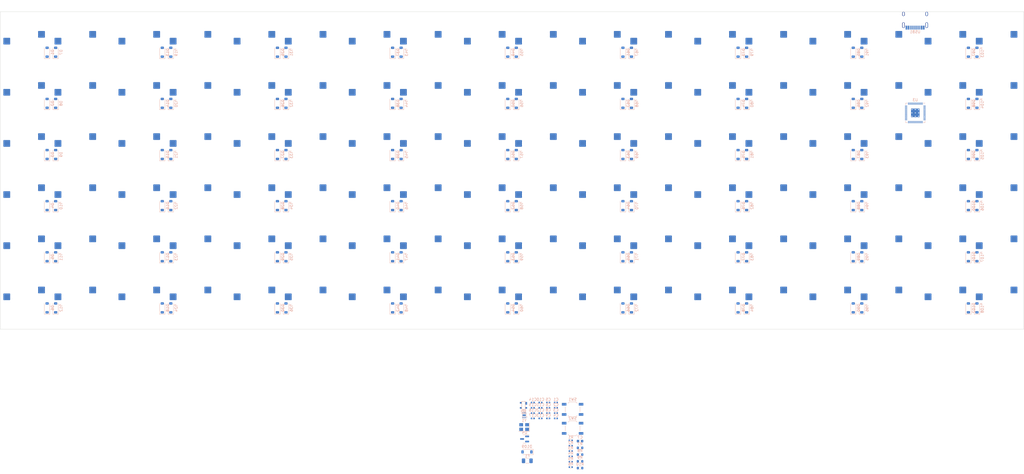
<source format=kicad_pcb>
(kicad_pcb (version 20221018) (generator pcbnew)
  (layers (0 "F.Cu" signal) (31 "B.Cu" signal) (34 "B.Paste" user) (35 "F.Paste" user) (36 "B.SilkS" user "B.Silkscreen") (37 "F.SilkS" user "F.Silkscreen") (38 "B.Mask" user) (39 "F.Mask" user) (44 "Edge.Cuts" user))
  (net 0 "")
  (net 1 "GND")
  (net 2 "XIN")
  (net 3 "Net-(C2-Pad1)")
  (net 4 "+3V3")
  (net 5 "+1V1")
  (net 6 "+5V")
  (net 7 "ROW0")
  (net 8 "Net-(D1-A)")
  (net 9 "ROW1")
  (net 10 "Net-(D2-A)")
  (net 11 "ROW2")
  (net 12 "Net-(D3-A)")
  (net 13 "ROW3")
  (net 14 "Net-(D4-A)")
  (net 15 "ROW4")
  (net 16 "Net-(D5-A)")
  (net 17 "ROW5")
  (net 18 "Net-(D6-A)")
  (net 19 "Net-(D7-A)")
  (net 20 "Net-(D8-A)")
  (net 21 "Net-(D9-A)")
  (net 22 "Net-(D10-A)")
  (net 23 "Net-(D11-A)")
  (net 24 "Net-(D12-A)")
  (net 25 "Net-(D13-A)")
  (net 26 "Net-(D14-A)")
  (net 27 "Net-(D15-A)")
  (net 28 "Net-(D16-A)")
  (net 29 "Net-(D17-A)")
  (net 30 "Net-(D18-A)")
  (net 31 "Net-(D19-A)")
  (net 32 "Net-(D20-A)")
  (net 33 "Net-(D21-A)")
  (net 34 "Net-(D22-A)")
  (net 35 "Net-(D23-A)")
  (net 36 "Net-(D24-A)")
  (net 37 "Net-(D25-A)")
  (net 38 "Net-(D26-A)")
  (net 39 "Net-(D27-A)")
  (net 40 "Net-(D28-A)")
  (net 41 "Net-(D29-A)")
  (net 42 "Net-(D30-A)")
  (net 43 "Net-(D31-A)")
  (net 44 "Net-(D32-A)")
  (net 45 "Net-(D33-A)")
  (net 46 "Net-(D34-A)")
  (net 47 "Net-(D35-A)")
  (net 48 "Net-(D36-A)")
  (net 49 "Net-(D37-A)")
  (net 50 "Net-(D38-A)")
  (net 51 "Net-(D39-A)")
  (net 52 "Net-(D40-A)")
  (net 53 "Net-(D41-A)")
  (net 54 "Net-(D42-A)")
  (net 55 "Net-(D43-A)")
  (net 56 "Net-(D44-A)")
  (net 57 "Net-(D45-A)")
  (net 58 "Net-(D46-A)")
  (net 59 "Net-(D47-A)")
  (net 60 "Net-(D48-A)")
  (net 61 "Net-(D49-A)")
  (net 62 "Net-(D50-A)")
  (net 63 "Net-(D51-A)")
  (net 64 "Net-(D52-A)")
  (net 65 "Net-(D53-A)")
  (net 66 "Net-(D54-A)")
  (net 67 "Net-(D55-A)")
  (net 68 "Net-(D56-A)")
  (net 69 "Net-(D57-A)")
  (net 70 "Net-(D58-A)")
  (net 71 "Net-(D59-A)")
  (net 72 "Net-(D60-A)")
  (net 73 "Net-(D61-A)")
  (net 74 "Net-(D62-A)")
  (net 75 "Net-(D63-A)")
  (net 76 "Net-(D64-A)")
  (net 77 "Net-(D65-A)")
  (net 78 "Net-(D66-A)")
  (net 79 "Net-(D67-A)")
  (net 80 "Net-(D68-A)")
  (net 81 "Net-(D69-A)")
  (net 82 "Net-(D70-A)")
  (net 83 "Net-(D71-A)")
  (net 84 "Net-(D72-A)")
  (net 85 "Net-(D73-A)")
  (net 86 "Net-(D74-A)")
  (net 87 "Net-(D75-A)")
  (net 88 "Net-(D76-A)")
  (net 89 "Net-(D77-A)")
  (net 90 "Net-(D78-A)")
  (net 91 "Net-(D79-A)")
  (net 92 "Net-(D80-A)")
  (net 93 "Net-(D81-A)")
  (net 94 "Net-(D82-A)")
  (net 95 "Net-(D83-A)")
  (net 96 "Net-(D84-A)")
  (net 97 "Net-(D85-A)")
  (net 98 "Net-(D86-A)")
  (net 99 "Net-(D87-A)")
  (net 100 "Net-(D88-A)")
  (net 101 "Net-(D89-A)")
  (net 102 "Net-(D90-A)")
  (net 103 "Net-(D91-A)")
  (net 104 "Net-(D92-A)")
  (net 105 "Net-(D93-A)")
  (net 106 "Net-(D94-A)")
  (net 107 "Net-(D95-A)")
  (net 108 "Net-(D96-A)")
  (net 109 "Net-(D97-A)")
  (net 110 "Net-(D98-A)")
  (net 111 "Net-(D99-A)")
  (net 112 "Net-(D100-A)")
  (net 113 "Net-(D101-A)")
  (net 114 "Net-(D102-A)")
  (net 115 "Net-(D103-A)")
  (net 116 "Net-(D104-A)")
  (net 117 "Net-(D105-A)")
  (net 118 "Net-(D106-A)")
  (net 119 "Net-(D107-A)")
  (net 120 "Net-(D108-A)")
  (net 121 "VCC")
  (net 122 "COL0")
  (net 123 "COL1")
  (net 124 "COL2")
  (net 125 "COL3")
  (net 126 "COL4")
  (net 127 "COL5")
  (net 128 "COL6")
  (net 129 "COL7")
  (net 130 "COL8")
  (net 131 "COL9")
  (net 132 "COL10")
  (net 133 "COL11")
  (net 134 "COL12")
  (net 135 "COL13")
  (net 136 "COL14")
  (net 137 "COL15")
  (net 138 "COL16")
  (net 139 "COL17")
  (net 140 "~{USB_BOOT}")
  (net 141 "QSPI_SS")
  (net 142 "XOUT")
  (net 143 "Net-(R4-Pad1)")
  (net 144 "RUN")
  (net 145 "Net-(U3-USB_DP)")
  (net 146 "D+")
  (net 147 "D-")
  (net 148 "Net-(U3-USB_DM)")
  (net 149 "Net-(USB1-CC1)")
  (net 150 "Net-(USB1-CC2)")
  (net 151 "QSPI_SD1")
  (net 152 "QSPI_SD2")
  (net 153 "QSPI_SD0")
  (net 154 "QSPI_SCLK")
  (net 155 "QSPI_SD3")
  (net 156 "SWCLK")
  (net 157 "SWD")
  (footprint "MX_Hotswap:MX-Hotswap-1U" (layer "F.Cu") (at 323.85 142.875)
    (fp_text reference "K84")
    (fp_text value "CPG151101S11-16")
  )
  (footprint "MX_Hotswap:MX-Hotswap-1U" (layer "F.Cu") (at 195.2625 85.725)
    (fp_text reference "K45")
    (fp_text value "CPG151101S11-16")
  )
  (footprint "MX_Hotswap:MX-Hotswap-1U" (layer "F.Cu") (at 90.4875 47.625)
    (fp_text reference "K13")
    (fp_text value "CPG151101S11-16")
  )
  (footprint "MX_Hotswap:MX-Hotswap-1U" (layer "F.Cu") (at 409.575 85.725)
    (fp_text reference "K105")
    (fp_text value "CPG151101S11-16")
  )
  (footprint "MX_Hotswap:MX-Hotswap-1U" (layer "F.Cu") (at 152.4 47.625)
    (fp_text reference "K31")
    (fp_text value "CPG151101S11-16")
  )
  (footprint "MX_Hotswap:MX-Hotswap-1U" (layer "F.Cu") (at 66.675 66.675)
    (fp_text reference "K8")
    (fp_text value "CPG151101S11-16")
  )
  (footprint "MX_Hotswap:MX-Hotswap-1U" (layer "F.Cu") (at 390.525 123.825)
    (fp_text reference "K101")
    (fp_text value "CPG151101S11-16")
  )
  (footprint "MX_Hotswap:MX-Hotswap-1U" (layer "F.Cu") (at 409.575 104.775)
    (fp_text reference "K106")
    (fp_text value "CPG151101S11-16")
  )
  (footprint "MX_Hotswap:MX-Hotswap-1U" (layer "F.Cu") (at 390.525 104.775)
    (fp_text reference "K100")
    (fp_text value "CPG151101S11-16")
  )
  (footprint "MX_Hotswap:MX-Hotswap-1U" (layer "F.Cu") (at 390.525 142.875)
    (fp_text reference "K102")
    (fp_text value "CPG151101S11-16")
  )
  (footprint "MX_Hotswap:MX-Hotswap-1U" (layer "F.Cu") (at 195.2625 104.775)
    (fp_text reference "K46")
    (fp_text value "CPG151101S11-16")
  )
  (footprint "MX_Hotswap:MX-Hotswap-1U" (layer "F.Cu") (at 66.675 85.725)
    (fp_text reference "K9")
    (fp_text value "CPG151101S11-16")
  )
  (footprint "MX_Hotswap:MX-Hotswap-1U" (layer "F.Cu") (at 261.9375 66.675)
    (fp_text reference "K62")
    (fp_text value "CPG151101S11-16")
  )
  (footprint "MX_Hotswap:MX-Hotswap-1U" (layer "F.Cu") (at 390.525 47.625)
    (fp_text reference "K97")
    (fp_text value "CPG151101S11-16")
  )
  (footprint "MX_Hotswap:MX-Hotswap-1U" (layer "F.Cu") (at 238.125 104.775)
    (fp_text reference "K58")
    (fp_text value "CPG151101S11-16")
  )
  (footprint "MX_Hotswap:MX-Hotswap-1U" (layer "F.Cu") (at 304.8 47.625)
    (fp_text reference "K73")
    (fp_text value "CPG151101S11-16")
  )
  (footprint "MX_Hotswap:MX-Hotswap-1U" (layer "F.Cu") (at 261.9375 142.875)
    (fp_text reference "K66")
    (fp_text value "CPG151101S11-16")
  )
  (footprint "MX_Hotswap:MX-Hotswap-1U" (layer "F.Cu") (at 366.7125 123.825)
    (fp_text reference "K95")
    (fp_text value "CPG151101S11-16")
  )
  (footprint "MX_Hotswap:MX-Hotswap-1U" (layer "F.Cu") (at 409.575 123.825)
    (fp_text reference "K107")
    (fp_text value "CPG151101S11-16")
  )
  (footprint "MX_Hotswap:MX-Hotswap-1U" (layer "F.Cu") (at 176.2125 123.825)
    (fp_text reference "K41")
    (fp_text value "CPG151101S11-16")
  )
  (footprint "MX_Hotswap:MX-Hotswap-1U" (layer "F.Cu") (at 195.2625 47.625)
    (fp_text reference "K43")
    (fp_text value "CPG151101S11-16")
  )
  (footprint "MX_Hotswap:MX-Hotswap-1U" (layer "F.Cu") (at 238.125 142.875)
    (fp_text reference "K60")
    (fp_text value "CPG151101S11-16")
  )
  (footprint "MX_Hotswap:MX-Hotswap-1U" (layer "F.Cu") (at 347.6625 47.625)
    (fp_text reference "K85")
    (fp_text value "CPG151101S11-16")
  )
  (footprint "MX_Hotswap:MX-Hotswap-1U" (layer "F.Cu") (at 195.2625 66.675)
    (fp_text reference "K44")
    (fp_text value "CPG151101S11-16")
  )
  (footprint "MX_Hotswap:MX-Hotswap-1U" (layer "F.Cu") (at 176.2125 85.725)
    (fp_text reference "K39")
    (fp_text value "CPG151101S11-16")
  )
  (footprint "MX_Hotswap:MX-Hotswap-1U" (layer "F.Cu") (at 90.4875 123.825)
    (fp_text reference "K17")
    (fp_text value "CPG151101S11-16")
  )
  (footprint "MX_Hotswap:MX-Hotswap-1U" (layer "F.Cu") (at 366.7125 85.725)
    (fp_text reference "K93")
    (fp_text value "CPG151101S11-16")
  )
  (footprint "MX_Hotswap:MX-Hotswap-1U" (layer "F.Cu") (at 109.5375 47.625)
    (fp_text reference "K19")
    (fp_text value "CPG151101S11-16")
  )
  (footprint "MX_Hotswap:MX-Hotswap-1U" (layer "F.Cu") (at 347.6625 66.675)
    (fp_text reference "K86")
    (fp_text value "CPG151101S11-16")
  )
  (footprint "MX_Hotswap:MX-Hotswap-1U" (layer "F.Cu") (at 347.6625 85.725)
    (fp_text reference "K87")
    (fp_text value "CPG151101S11-16")
  )
  (footprint "MX_Hotswap:MX-Hotswap-1U" (layer "F.Cu") (at 280.9875 142.875)
    (fp_text reference "K72")
    (fp_text value "CPG151101S11-16")
  )
  (footprint "MX_Hotswap:MX-Hotswap-1U" (layer "F.Cu") (at 304.8 142.875)
    (fp_text reference "K78")
    (fp_text value "CPG151101S11-16")
  )
  (footprint "MX_Hotswap:MX-Hotswap-1U" (layer "F.Cu") (at 133.35 104.775)
    (fp_text reference "K28")
    (fp_text value "CPG151101S11-16")
  )
  (footprint "MX_Hotswap:MX-Hotswap-1U" (layer "F.Cu") (at 152.4 66.675)
    (fp_text reference "K32")
    (fp_text value "CPG151101S11-16")
  )
  (footprint "MX_Hotswap:MX-Hotswap-1U" (layer "F.Cu") (at 133.35 123.825)
    (fp_text reference "K29")
    (fp_text value "CPG151101S11-16")
  )
  (footprint "MX_Hotswap:MX-Hotswap-1U" (layer "F.Cu") (at 347.6625 142.875)
    (fp_text reference "K90")
    (fp_text value "CPG151101S11-16")
  )
  (footprint "MX_Hotswap:MX-Hotswap-1U" (layer "F.Cu") (at 109.5375 104.775)
    (fp_text reference "K22")
    (fp_text value "CPG151101S11-16")
  )
  (footprint "MX_Hotswap:MX-Hotswap-1U" (layer "F.Cu") (at 304.8 104.775)
    (fp_text reference "K76")
    (fp_text value "CPG151101S11-16")
  )
  (footprint "MX_Hotswap:MX-Hotswap-1U" (layer "F.Cu") (at 133.35 66.675)
    (fp_text reference "K26")
    (fp_text value "CPG151101S11-16")
  )
  (footprint "MX_Hotswap:MX-Hotswap-1U" (layer "F.Cu") (at 304.8 85.725)
    (fp_text reference "K75")
    (fp_text value "CPG151101S11-16")
  )
  (footprint "MX_Hotswap:MX-Hotswap-1U" (layer "F.Cu") (at 347.6625 123.825)
    (fp_text reference "K89")
    (fp_text value "CPG151101S11-16")
  )
  (footprint "MX_Hotswap:MX-Hotswap-1U" (layer "F.Cu") (at 323.85 104.775)
    (fp_text reference "K82")
    (fp_text value "CPG151101S11-16")
  )
  (footprint "MX_Hotswap:MX-Hotswap-1U" (layer "F.Cu") (at 152.4 123.825)
    (fp_text reference "K35")
    (fp_text value "CPG151101S11-16")
  )
  (footprint "MX_Hotswap:MX-Hotswap-1U" (layer "F.Cu") (at 280.9875 85.725)
    (fp_text reference "K69")
    (fp_text value "CPG151101S11-16")
  )
  (footprint "MX_Hotswap:MX-Hotswap-1U" (layer "F.Cu") (at 304.8 66.675)
    (fp_text reference "K74")
    (fp_text value "CPG151101S11-16")
  )
  (footprint "MX_Hotswap:MX-Hotswap-1U" (layer "F.Cu") (at 109.5375 123.825)
    (fp_text reference "K23")
    (fp_text value "CPG151101S11-16")
  )
  (footprint "MX_Hotswap:MX-Hotswap-1U" (layer "F.Cu") (at 280.9875 104.775)
    (fp_text reference "K70")
    (fp_text value "CPG151101S11-16")
  )
  (footprint "MX_Hotswap:MX-Hotswap-1U" (layer "F.Cu") (at 366.7125 104.775)
    (fp_text reference "K94")
    (fp_text value "CPG151101S11-16")
  )
  (footprint "MX_Hotswap:MX-Hotswap-1U" (layer "F.Cu") (at 409.575 47.625)
    (fp_text reference "K103")
    (fp_text value "CPG151101S11-16")
  )
  (footprint "MX_Hotswap:MX-Hotswap-1U" (layer "F.Cu") (at 366.7125 47.625)
    (fp_text reference "K91")
    (fp_text value "CPG151101S11-16")
  )
  (footprint "MX_Hotswap:MX-Hotswap-1U" (layer "F.Cu") (at 66.675 47.625)
    (fp_text reference "K7")
    (fp_text value "CPG151101S11-16")
  )
  (footprint "MX_Hotswap:MX-Hotswap-1U" (layer "F.Cu") (at 90.4875 85.725)
    (fp_text reference "K15")
    (fp_text value "CPG151101S11-16")
  )
  (footprint "MX_Hotswap:MX-Hotswap-1U" (layer "F.Cu") (at 323.85 123.825)
    (fp_text reference "K83")
    (fp_text value "CPG151101S11-16")
  )
  (footprint "MX_Hotswap:MX-Hotswap-1U" (layer "F.Cu") (at 66.675 123.825)
    (fp_text reference "K11")
    (fp_text value "CPG151101S11-16")
  )
  (footprint "MX_Hotswap:MX-Hotswap-1U" (layer "F.Cu") (at 409.575 66.675)
    (fp_text reference "K104")
    (fp_text value "CPG151101S11-16")
  )
  (footprint "MX_Hotswap:MX-Hotswap-1U" (layer "F.Cu") (at 261.9375 85.725)
    (fp_text reference "K63")
    (fp_text value "CPG151101S11-16")
  )
  (footprint "MX_Hotswap:MX-Hotswap-1U" (layer "F.Cu") (at 219.075 47.625)
    (fp_text reference "K49")
    (fp_text value "CPG151101S11-16")
  )
  (footprint "MX_Hotswap:MX-Hotswap-1U" (layer "F.Cu") (at 261.9375 104.775)
    (fp_text reference "K64")
    (fp_text value "CPG151101S11-16")
  )
  (footprint "MX_Hotswap:MX-Hotswap-1U" (layer "F.Cu") (at 152.4 85.725)
    (fp_text reference "K33")
    (fp_text value "CPG151101S11-16")
  )
  (footprint "MX_Hotswap:MX-Hotswap-1U" (layer "F.Cu") (at 133.35 85.725)
    (fp_text reference "K27")
    (fp_text value "CPG151101S11-16")
  )
  (footprint "MX_Hotswap:MX-Hotswap-1U" (layer "F.Cu") (at 219.075 142.875)
    (fp_text reference "K54")
    (fp_text value "CPG151101S11-16")
  )
  (footprint "MX_Hotswap:MX-Hotswap-1U" (layer "F.Cu") (at 66.675 142.875)
    (fp_text reference "K12")
    (fp_text value "CPG151101S11-16")
  )
  (footprint "MX_Hotswap:MX-Hotswap-1U" (layer "F.Cu") (at 66.675 104.775)
    (fp_text reference "K10")
    (fp_text value "CPG151101S11-16")
  )
  (footprint "MX_Hotswap:MX-Hotswap-1U" (layer "F.Cu") (at 133.35 142.875)
    (fp_text reference "K30")
    (fp_text value "CPG151101S11-16")
  )
  (footprint "MX_Hotswap:MX-Hotswap-1U" (layer "F.Cu") (at 176.2125 104.775)
    (fp_text reference "K40")
    (fp_text value "CPG151101S11-16")
  )
  (footprint "MX_Hotswap:MX-Hotswap-1U" (layer "F.Cu") (at 347.6625 104.775)
    (fp_text reference "K88")
    (fp_text value "CPG151101S11-16")
  )
  (footprint "MX_Hotswap:MX-Hotswap-1U" (layer "F.Cu") (at 390.525 66.675)
    (fp_text reference "K98")
    (fp_text value "CPG151101S11-16")
  )
  (footprint "MX_Hotswap:MX-Hotswap-1U" (layer "F.Cu") (at 133.35 47.625)
    (fp_text reference "K25")
    (fp_text value "CPG151101S11-16")
  )
  (footprint "MX_Hotswap:MX-Hotswap-1U" (layer "F.Cu") (at 176.2125 47.625)
    (fp_text reference "K37")
    (fp_text value "CPG151101S11-16")
  )
  (footprint "MX_Hotswap:MX-Hotswap-1U" (layer "F.Cu") (at 109.5375 66.675)
    (fp_text reference "K20")
    (fp_text value "CPG151101S11-16")
  )
  (footprint "MX_Hotswap:MX-Hotswap-1U" (layer "F.Cu") (at 219.075 123.825)
    (fp_text reference "K53")
    (fp_text value "CPG151101S11-16")
  )
  (footprint "MX_Hotswap:MX-Hotswap-1U" (layer "F.Cu") (at 47.625 142.875)
    (fp_text reference "K6")
    (fp_text value "CPG151101S11-16")
  )
  (footprint "MX_Hotswap:MX-Hotswap-1U" (layer "F.Cu") (at 238.125 123.825)
    (fp_text reference "K59")
    (fp_text value "CPG151101S11-16")
  )
  (footprint "MX_Hotswap:MX-Hotswap-1U" (layer "F.Cu") (at 152.4 142.875)
    (fp_text reference "K36")
    (fp_text value "CPG151101S11-16")
  )
  (footprint "MX_Hotswap:MX-Hotswap-1U" (layer "F.Cu") (at 176.2125 66.675)
    (fp_text reference "K38")
    (fp_text value "CPG151101S11-16")
  )
  (footprint "MX_Hotswap:MX-Hotswap-1U" (layer "F.Cu") (at 366.7125 142.875)
    (fp_text reference "K96")
    (fp_text value "CPG151101S11-16")
  )
  (footprint "MX_Hotswap:MX-Hotswap-1U" (layer "F.Cu") (at 90.4875 104.775)
    (fp_text reference "K16")
    (fp_text value "CPG151101S11-16")
  )
  (footprint "MX_Hotswap:MX-Hotswap-1U" (layer "F.Cu") (at 238.125 47.625)
    (fp_text reference "K55")
    (fp_text value "CPG151101S11-16")
  )
  (footprint "MX_Hotswap:MX-Hotswap-1U" (layer "F.Cu") (at 47.625 47.625)
    (fp_text reference "K1")
    (fp_text value "CPG151101S11-16")
  )
  (footprint "MX_Hotswap:MX-Hotswap-1U" (layer "F.Cu") (at 304.8 123.825)
    (fp_text reference "K77")
    (fp_text value "CPG151101S11-16")
  )
  (footprint "MX_Hotswap:MX-Hotswap-1U" (layer "F.Cu") (at 280.9875 47.625)
    (fp_text reference "K67")
    (fp_text value "CPG151101S11-16")
  )
  (footprint "MX_Hotswap:MX-Hotswap-1U" (layer "F.Cu") (at 280.9875 66.675)
    (fp_text reference "K68")
    (fp_text value "CPG151101S11-16")
  )
  (footprint "MX_Hotswap:MX-Hotswap-1U" (layer "F.Cu") (at 47.625 66.675)
    (fp_text reference "K2")
    (fp_text value "CPG151101S11-16")
  )
  (footprint "MX_Hotswap:MX-Hotswap-1U" (layer "F.Cu") (at 109.5375 142.875)
    (fp_text reference "K24")
    (fp_text value "CPG151101S11-16")
  )
  (footprint "MX_Hotswap:MX-Hotswap-1U" (layer "F.Cu") (at 47.625 85.725)
    (fp_text reference "K3")
    (fp_text value "CPG151101S11-16")
  )
  (footprint "MX_Hotswap:MX-Hotswap-1U" (layer "F.Cu") (at 47.625 123.825)
    (fp_text reference "K5")
    (fp_text value "CPG151101S11-16")
  )
  (footprint "MX_Hotswap:MX-Hotswap-1U" (layer "F.Cu") (at 90.4875 66.675)
    (fp_text reference "K14")
    (fp_text value "CPG151101S11-16")
  )
  (footprint "MX_Hotswap:MX-Hotswap-1U" (layer "F.Cu") (at 152.4 104.775)
    (fp_text reference "K34")
    (fp_text value "CPG151101S11-16")
  )
  (footprint "MX_Hotswap:MX-Hotswap-1U" (layer "F.Cu") (at 323.85 85.725)
    (fp_text reference "K81")
    (fp_text value "CPG151101S11-16")
  )
  (footprint "MX_Hotswap:MX-Hotswap-1U" (layer "F.Cu") (at 219.075 66.675)
    (fp_text reference "K50")
    (fp_text value "CPG151101S11-16")
  )
  (footprint "MX_Hotswap:MX-Hotswap-1U" (layer "F.Cu") (at 219.075 104.775)
    (fp_text reference "K52")
    (fp_text value "CPG151101S11-16")
  )
  (footprint "MX_Hotswap:MX-Hotswap-1U" (layer "F.Cu") (at 90.4875 142.875)
    (fp_text reference "K18")
    (fp_text value "CPG151101S11-16")
  )
  (footprint "MX_Hotswap:MX-Hotswap-1U" (layer "F.Cu") (at 323.85 47.625)
    (fp_text reference "K79")
    (fp_text value "CPG151101S11-16")
  )
  (footprint "MX_Hotswap:MX-Hotswap-1U" (layer "F.Cu") (at 195.2625 123.825)
    (fp_text reference "K47")
    (fp_text value "CPG151101S11-16")
  )
  (footprint "MX_Hotswap:MX-Hotswap-1U" (layer "F.Cu") (at 366.7125 66.675)
    (fp_text reference "K92")
    (fp_text value "CPG151101S11-16")
  )
  (footprint "MX_Hotswap:MX-Hotswap-1U" (layer "F.Cu") (at 390.525 85.725)
    (fp_text reference "K99")
    (fp_text value "CPG151101S11-16")
  )
  (footprint "MX_Hotswap:MX-Hotswap-1U" (layer "F.Cu") (at 261.9375 123.825)
    (fp_text reference "K65")
    (fp_text value "CPG151101S11-16")
  )
  (footprint "MX_Hotswap:MX-Hotswap-1U" (layer "F.Cu") (at 261.9375 47.625)
    (fp_text reference "K61")
    (fp_text value "CPG151101S11-16")
  )
  (footprint "MX_Hotswap:MX-Hotswap-1U" (layer "F.Cu") (at 323.85 66.675)
    (fp_text reference "K80")
    (fp_text value "CPG151101S11-16")
  )
  (footprint "MX_Hotswap:MX-Hotswap-1U" (layer "F.Cu") (at 238.125 85.725)
    (fp_text reference "K57")
    (fp_text value "CPG151101S11-16")
  )
  (footprint "MX_Hotswap:MX-Hotswap-1U" (layer "F.Cu") (at 238.125 66.675)
    (fp_text reference "K56")
    (fp_text value "CPG151101S11-16")
  )
  (footprint "MX_Hotswap:MX-Hotswap-1U" (layer "F.Cu") (at 219.075 85.725)
    (fp_text reference "K51")
    (fp_text value "CPG151101S11-16")
  )
  (footprint "MX_Hotswap:MX-Hotswap-1U" (layer "F.Cu") (at 176.2125 142.875)
    (fp_text reference "K42")
    (fp_text value "CPG151101S11-16")
  )
  (footprint "MX_Hotswap:MX-Hotswap-1U" (layer "F.Cu") (at 195.2625 142.875)
    (fp_text reference "K48")
    (fp_text value "CPG151101S11-16")
  )
  (footprint "MX_Hotswap:MX-Hotswap-1U" (layer "F.Cu") (at 47.625 104.775)
    (fp_text reference "K4")
    (fp_text value "CPG151101S11-16")
  )
  (footprint "MX_Hotswap:MX-Hotswap-1U" (layer "F.Cu") (at 280.9875 123.825)
    (fp_text reference "K71")
    (fp_text value "CPG151101S11-16")
  )
  (footprint "MX_Hotswap:MX-Hotswap-1U" (layer "F.Cu") (at 409.575 142.875)
    (fp_text reference "K108")
    (fp_text value "CPG151101S11-16")
  )
  (footprint "MX_Hotswap:MX-Hotswap-1U" (layer "F.Cu") (at 109.5375 85.725)
    (fp_text reference "K21")
    (fp_text value "CPG151101S11-16")
  )
  (footprint "Diode_SMD:D_SOD-123" (layer "B.Cu") (at 312.7375 87.3125 90)
    (fp_text reference "D75")
    (fp_text value "1N4148W")
  )
  (footprint "Diode_SMD:D_SOD-123" (layer "B.Cu") (at 355.6 144.4625 90)
    (fp_text reference "D90")
    (fp_text value "1N4148W")
  )
  (footprint "Diode_SMD:D_SOD-123" (layer "B.Cu") (at 141.2875 106.3625 90)
    (fp_text reference "D28")
    (fp_text value "1N4148W")
  )
  (footprint "Diode_SMD:D_SOD-123" (layer "B.Cu") (at 315.9125 106.3625 90)
    (fp_text reference "D82")
    (fp_text value "1N4148W")
  )
  (footprint "Diode_SMD:D_SOD-123" (layer "B.Cu") (at 58.7375 106.3625 90)
    (fp_text reference "D10")
    (fp_text value "1N4148W")
  )
  (footprint "Diode_SMD:D_SOD-123" (layer "B.Cu") (at 187.325 144.4625 90)
    (fp_text reference "D48")
    (fp_text value "1N4148W")
  )
  (footprint "Resistor_SMD:R_0402_1005Metric" (layer "B.Cu") (at 250.454048 195.835 180)
    (fp_text reference "R2")
    (fp_text value "10k-Opt")
  )
  (footprint "Diode_SMD:D_SOD-123" (layer "B.Cu") (at 55.5625 125.4125 90)
    (fp_text reference "D5")
    (fp_text value "1N4148W")
  )
  (footprint "Diode_SMD:D_SOD-123" (layer "B.Cu") (at 312.7375 125.4125 90)
    (fp_text reference "D77")
    (fp_text value "1N4148W")
  )
  (footprint "Diode_SMD:D_SOD-123" (layer "B.Cu") (at 187.325 106.3625 90)
    (fp_text reference "D46")
    (fp_text value "1N4148W")
  )
  (footprint "Diode_SMD:D_SOD-123" (layer "B.Cu") (at 355.6 106.3625 90)
    (fp_text reference "D88")
    (fp_text value "1N4148W")
  )
  (footprint "Diode_SMD:D_SOD-123" (layer "B.Cu") (at 98.425 106.3625 90)
    (fp_text reference "D16")
    (fp_text value "1N4148W")
  )
  (footprint "locallib:USON-8-1.5mm" (layer "B.Cu") (at 233.127245 184.45 180)
    (fp_text reference "U1")
    (fp_text value "ZD25Q80BNIGR")
  )
  (footprint "Diode_SMD:D_SOD-123" (layer "B.Cu") (at 358.775 68.2625 90)
    (fp_text reference "D92")
    (fp_text value "1N4148W")
  )
  (footprint "Diode_SMD:D_SOD-123" (layer "B.Cu") (at 230.1875 106.3625 90)
    (fp_text reference "D58")
    (fp_text value "1N4148W")
  )
  (footprint "Diode_SMD:D_SOD-123" (layer "B.Cu") (at 230.1875 125.4125 90)
    (fp_text reference "D59")
    (fp_text value "1N4148W")
  )
  (footprint "Capacitor_SMD:C_0402_1005Metric" (layer "B.Cu") (at 242.064048 181.705 180)
    (fp_text reference "C6")
    (fp_text value "1uF")
  )
  (footprint "Diode_SMD:D_SOD-123" (layer "B.Cu") (at 269.875 87.3125 90)
    (fp_text reference "D63")
    (fp_text value "1N4148W")
  )
  (footprint "Diode_SMD:D_SOD-123" (layer "B.Cu") (at 312.7375 144.4625 90)
    (fp_text reference "D78")
    (fp_text value "1N4148W")
  )
  (footprint "Diode_SMD:D_SOD-123" (layer "B.Cu") (at 355.6 87.3125 90)
    (fp_text reference "D87")
    (fp_text value "1N4148W")
  )
  (footprint "Diode_SMD:D_SOD-123" (layer "B.Cu") (at 144.4625 106.3625 90)
    (fp_text reference "D34")
    (fp_text value "1N4148W")
  )
  (footprint "Capacitor_SMD:C_0402_1005Metric" (layer "B.Cu") (at 242.064048 185.645 180)
    (fp_text reference "C9")
    (fp_text value "0.1uF")
  )
  (footprint "Diode_SMD:D_SOD-123" (layer "B.Cu") (at 315.9125 49.2125 90)
    (fp_text reference "D79")
    (fp_text value "1N4148W")
  )
  (footprint "Capacitor_SMD:C_0603_1608Metric" (layer "B.Cu") (at 253.914048 194.105 180)
    (fp_text reference "C7")
    (fp_text value "Optional-Bulk")
  )
  (footprint "Diode_SMD:D_SOD-123" (layer "B.Cu") (at 227.0125 49.2125 90)
    (fp_text reference "D49")
    (fp_text value "1N4148W")
  )
  (footprint "locallib:RP2040-QFN-56" (layer "B.Cu") (at 378.7 71.8 180)
    (fp_text reference "U3")
    (fp_text value "RP2040")
  )
  (footprint "Diode_SMD:D_SOD-123" (layer "B.Cu") (at 141.2875 68.2625 90)
    (fp_text reference "D26")
    (fp_text value "1N4148W")
  )
  (footprint "Diode_SMD:D_SOD-123" (layer "B.Cu") (at 98.425 144.4625 90)
    (fp_text reference "D18")
    (fp_text value "1N4148W")
  )
  (footprint "Diode_SMD:D_SOD-123" (layer "B.Cu") (at 273.05 68.2625 90)
    (fp_text reference "D68")
    (fp_text value "1N4148W")
  )
  (footprint "Resistor_SMD:R_0402_1005Metric" (layer "B.Cu") (at 250.454048 193.845 180)
    (fp_text reference "R1")
    (fp_text value "1k")
  )
  (footprint "Capacitor_SMD:C_0402_1005Metric" (layer "B.Cu") (at 242.064048 179.735 180)
    (fp_text reference "C5")
    (fp_text value "0.1uF")
  )
  (footprint "Capacitor_SMD:C_0402_1005Metric" (layer "B.Cu") (at 239.194048 183.675 180)
    (fp_text reference "C12")
    (fp_text value "0.1uF")
  )
  (footprint "Diode_SMD:D_SOD-123" (layer "B.Cu") (at 230.1875 68.2625 90)
    (fp_text reference "D56")
    (fp_text value "1N4148W")
  )
  (footprint "Capacitor_SMD:C_0402_1005Metric" (layer "B.Cu") (at 244.934048 185.645 180)
    (fp_text reference "C4")
    (fp_text value "0.1uF")
  )
  (footprint "Capacitor_SMD:C_0402_1005Metric" (layer "B.Cu") (at 244.934048 181.705 180)
    (fp_text reference "C2")
    (fp_text value "27pF")
  )
  (footprint "Diode_SMD:D_SOD-123" (layer "B.Cu") (at 227.0125 125.4125 90)
    (fp_text reference "D53")
    (fp_text value "1N4148W")
  )
  (footprint "Resistor_SMD:R_0603_1608Metric" (layer "B.Cu") (at 253.914048 201.635 180)
    (fp_text reference "R9")
    (fp_text value "5k1")
  )
  (footprint "Diode_SMD:D_SOD-123" (layer "B.Cu") (at 55.5625 87.3125 90)
    (fp_text reference "D3")
    (fp_text value "1N4148W")
  )
  (footprint "Diode_SMD:D_SOD-123" (layer "B.Cu") (at 273.05 49.2125 90)
    (fp_text reference "D67")
    (fp_text value "1N4148W")
  )
  (footprint "Capacitor_SMD:C_0402_1005Metric" (layer "B.Cu") (at 244.934048 179.735 180)
    (fp_text reference "C1")
    (fp_text value "27pF")
  )
  (footprint "Diode_SMD:D_SOD-123" (layer "B.Cu") (at 358.775 87.3125 90)
    (fp_text reference "D93")
    (fp_text value "1N4148W")
  )
  (footprint "Diode_SMD:D_SOD-123" (layer "B.Cu") (at 101.6 106.3625 90)
    (fp_text reference "D22")
    (fp_text value "1N4148W")
  )
  (footprint "Diode_SMD:D_SOD-123" (layer "B.Cu") (at 401.6375 49.2125 90)
    (fp_text reference "D103")
    (fp_text value "1N4148W")
  )
  (footprint "Diode_SMD:D_SOD-123" (layer "B.Cu") (at 141.2875 87.3125 90)
    (fp_text reference "D27")
    (fp_text value "1N4148W")
  )
  (footprint "Diode_SMD:D_SOD-123" (layer "B.Cu") (at 398.4625 49.2125 90)
    (fp_text reference "D97")
    (fp_text value "1N4148W")
  )
  (footprint "Diode_SMD:D_SOD-123" (layer "B.Cu") (at 401.6375 125.4125 90)
    (fp_text reference "D107")
    (fp_text value "1N4148W")
  )
  (footprint "Resistor_SMD:R_0603_1608Metric" (layer "B.Cu") (at 253.914048 199.125 180)
    (fp_text reference "R8")
    (fp_text value "100k")
  )
  (footprint "Diode_SMD:D_SOD-123" (layer "B.Cu") (at 273.05 125.4125 90)
    (fp_text reference "D71")
    (fp_text value "1N4148W")
  )
  (footprint "Diode_SMD:D_SOD-123" (layer "B.Cu") (at 230.1875 144.4625 90)
    (fp_text reference "D60")
    (fp_text value "1N4148W")
  )
  (footprint "Diode_SMD:D_SOD-123" (layer "B.Cu") (at 315.9125 125.4125 90)
    (fp_text reference "D83")
    (fp_text value "1N4148W")
  )
  (footprint "Diode_SMD:D_SOD-123" (layer "B.Cu") (at 184.15 49.2125 90)
    (fp_text reference "D37")
    (fp_text value "1N4148W")
  )
  (footprint "Diode_SMD:D_SOD-123" (layer "B.Cu") (at 312.7375 106.3625 90)
    (fp_text reference "D76")
    (fp_text value "1N4148W")
  )
  (footprint "Diode_SMD:D_SOD-123" (layer "B.Cu") (at 401.6375 87.3125 90)
    (fp_text reference "D105")
    (fp_text value "1N4148W")
  )
  (footprint "Diode_SMD:D_SOD-123" (layer "B.Cu") (at 144.4625 125.4125 90)
    (fp_text reference "D35")
    (fp_text value "1N4148W")
  )
  (footprint "Diode_SMD:D_SOD-123" (layer "B.Cu") (at 101.6 125.4125 90)
    (fp_text reference "D23")
    (fp_text value "1N4148W")
  )
  (footprint "Diode_SMD:D_SOD-123" (layer "B.Cu") (at 273.05 87.3125 90)
    (fp_text reference "D69")
    (fp_text value "1N4148W")
  )
  (footprint "Diode_SMD:D_SOD-123" (layer "B.Cu") (at 187.325 125.4125 90)
    (fp_text reference "D47")
    (fp_text value "1N4148W")
  )
  (footprint "Capacitor_SMD:C_0402_1005Metric" (layer "B.Cu") (at 236.324048 183.675 180)
    (fp_text reference "C16")
    (fp_text value "1uF")
  )
  (footprint "Diode_SMD:D_SOD-123" (layer "B.Cu") (at 401.6375 68.2625 90)
    (fp_text reference "D104")
    (fp_text value "1N4148W")
  )
  (footprint "Diode_SMD:D_SOD-123" (layer "B.Cu") (at 401.6375 106.3625 90)
    (fp_text reference "D106")
    (fp_text value "1N4148W")
  )
  (footprint "Diode_SMD:D_SOD-123" (layer "B.Cu") (at 398.4625 144.4625 90)
    (fp_text reference "D102")
    (fp_text value "1N4148W")
  )
  (footprint "Resistor_SMD:R_0402_1005Metric" (layer "B.Cu") (at 250.454048 203.795 180)
    (fp_text reference "R6")
    (fp_text value "27.4")
  )
  (footprint "Diode_SMD:D_SOD-123" (layer "B.Cu") (at 98.425 87.3125 90)
    (fp_text reference "D15")
    (fp_text value "1N4148W")
  )
  (footprint "Diode_SMD:D_SOD-123" (layer "B.Cu") (at 355.6 125.4125 90)
    (fp_text reference "D89")
    (fp_text value "1N4148W")
  )
  (footprint "Diode_SMD:D_SOD-123" (layer "B.Cu") (at 144.4625 144.4625 90)
    (fp_text reference "D36")
    (fp_text value "1N4148W")
  )
  (footprint "Button_Switch_SMD:SW_SPST_TL3342" (layer "B.Cu") (at 251.144048 182.275 180)
    (fp_text reference "SW1")
    (fp_text value "SW_Push")
  )
  (footprint "Diode_SMD:D_SOD-123" (layer "B.Cu") (at 101.6 68.2625 90)
    (fp_text reference "D20")
    (fp_text value "1N4148W")
  )
  (footprint "Diode_SMD:D_SOD-123" (layer "B.Cu") (at 358.775 106.3625 90)
    (fp_text reference "D94")
    (fp_text value "1N4148W")
  )
  (footprint "Capacitor_SMD:C_0402_1005Metric" (layer "B.Cu") (at 236.324048 181.705 180)
    (fp_text reference "C15")
    (fp_text value "1uF")
  )
  (footprint "Capacitor_SMD:C_0402_1005Metric" (layer "B.Cu") (at 236.324048 185.645 180)
    (fp_text reference "C17")
    (fp_text value "1uF")
  )
  (footprint "Resistor_SMD:R_0402_1005Metric" (layer "B.Cu") (at 250.454048 201.805 180)
    (fp_text reference "R5")
    (fp_text value "27.4")
  )
  (footprint "Diode_SMD:D_SOD-123" (layer "B.Cu") (at 269.875 125.4125 90)
    (fp_text reference "D65")
    (fp_text value "1N4148W")
  )
  (footprint "Diode_SMD:D_SOD-123" (layer "B.Cu") (at 184.15 87.3125 90)
    (fp_text reference "D39")
    (fp_text value "1N4148W")
  )
  (footprint "Diode_SMD:D_SOD-123" (layer "B.Cu") (at 398.4625 125.4125 90)
    (fp_text reference "D101")
    (fp_text value "1N4148W")
  )
  (footprint "Diode_SMD:D_SOD-123" (layer "B.Cu") (at 269.875 106.3625 90)
    (fp_text reference "D64")
    (fp_text value "1N4148W")
  )
  (footprint "Diode_SMD:D_SOD-123" (layer "B.Cu") (at 98.425 49.2125 90)
    (fp_text reference "D13")
    (fp_text value "1N4148W")
  )
  (footprint "Capacitor_SMD:C_0402_1005Metric" (layer "B.Cu") (at 239.194048 185.645 180)
    (fp_text reference "C13")
    (fp_text value "0.1uF")
  )
  (footprint "Diode_SMD:D_SOD-123" (layer "B.Cu") (at 398.4625 87.3125 90)
    (fp_text reference "D99")
    (fp_text value "1N4148W")
  )
  (footprint "Diode_SMD:D_SOD-123" (layer "B.Cu") (at 58.7375 68.2625 90)
    (fp_text reference "D8")
    (fp_text value "1N4148W")
  )
  (footprint "Diode_SMD:D_SOD-123" (layer "B.Cu") (at 227.0125 68.2625 90)
    (fp_text reference "D50")
    (fp_text value "1N4148W")
  )
  (footprint "Resistor_SMD:R_0603_1608Metric" (layer "B.Cu") (at 253.914048 204.145 180)
    (fp_text reference "R10")
    (fp_text value "5k1")
  )
  (footprint "Button_Switch_SMD:SW_SPST_TL3342" (layer "B.Cu") (at 251.144048 189.325 180)
    (fp_text reference "SW2")
    (fp_text value "SW_Push")
  )
  (footprint "Capacitor_SMD:C_0402_1005Metric" (layer "B.Cu") (at 239.194048 179.735 180)
    (fp_text reference "C10")
    (fp_text value "0.1uF")
  )
  (footprint "Diode_SMD:D_SOD-123" (layer "B.Cu") (at 55.5625 106.3625 90)
    (fp_text reference "D4")
    (fp_text value "1N4148W")
  )
  (footprint "Diode_SMD:D_SOD-123" (layer "B.Cu") (at 141.2875 144.4625 90)
    (fp_text reference "D30")
    (fp_text value "1N4148W")
  )
  (footprint "Diode_SMD:D_SOD-123" (layer "B.Cu") (at 315.9125 144.4625 90)
    (fp_text reference "D84")
    (fp_text value "1N4148W")
  )
  (footprint "Diode_SMD:D_SOD-123" (layer "B.Cu") (at 187.325 68.2625 90)
    (fp_text reference "D44")
    (fp_text value "1N4148W")
  )
  (footprint "Diode_SMD:D_SOD-123" (layer "B.Cu") (at 184.15 125.4125 90)
    (fp_text reference "D41")
    (fp_text value "1N4148W")
  )
  (footprint "Diode_SMD:D_SOD-123" (layer "B.Cu") (at 398.4625 106.3625 90)
    (fp_text reference "D100")
    (fp_text value "1N4148W")
  )
  (footprint "Diode_SMD:D_SOD-123" (layer "B.Cu") (at 358.775 125.4125 90)
    (fp_text reference "D95")
    (fp_text value "1N4148W")
  )
  (footprint "Package_TO_SOT_SMD:SOT-23" (layer "B.Cu") (at 233.284048 193.305 180)
    (fp_text reference "U4")
    (fp_text value "AP7313-33SRG-7")
  )
  (footprint "Diode_SMD:D_SOD-123" (layer "B.Cu") (at 187.325 87.3125 90)
    (fp_text reference "D45")
    (fp_text value "1N4148W")
  )
  (footprint "Diode_SMD:D_SOD-123" (layer "B.Cu") (at 58.7375 144.4625 90)
    (fp_text reference "D12")
    (fp_text value "1N4148W")
  )
  (footprint "Diode_SMD:D_SOD-123" (layer "B.Cu") (at 269.875 68.2625 90)
    (fp_text reference "D62")
    (fp_text value "1N4148W")
  )
  (footprint "Crystal:Crystal_SMD_3225-4Pin_3.2x2.5mm" (layer "B.Cu") (at 233.104048 188.855 180)
    (fp_text reference "Y1")
    (fp_text value "12MHz")
  )
  (footprint "Diode_SMD:D_SOD-123" (layer "B.Cu") (at 184.15 106.3625 90)
    (fp_text reference "D40")
    (fp_text value "1N4148W")
  )
  (footprint "Diode_SMD:D_SOD-123" (layer "B.Cu") (at 234.159048 198.125 180)
    (fp_text reference "D109")
    (fp_text value "RB060M-60TR")
  )
  (footprint "Diode_SMD:D_SOD-123" (layer "B.Cu") (at 184.15 144.4625 90)
    (fp_text reference "D42")
    (fp_text value "1N4148W")
  )
  (footprint "Diode_SMD:D_SOD-123" (layer "B.Cu") (at 55.5625 49.2125 90)
    (fp_text reference "D1")
    (fp_text value "1N4148W")
  )
  (footprint "Diode_SMD:D_SOD-123" (layer "B.Cu") (at 315.9125 68.2625 90)
    (fp_text reference "D80")
    (fp_text value "1N4148W")
  )
  (footprint "Diode_SMD:D_SOD-123" (layer "B.Cu") (at 355.6 49.2125 90)
    (fp_text reference "D85")
    (fp_text value "1N4148W")
  )
  (footprint "Diode_SMD:D_SOD-123" (layer "B.Cu") (at 101.6 87.3125 90)
    (fp_text reference "D21")
    (fp_text value "1N4148W")
  )
  (footprint "Diode_SMD:D_SOD-123" (layer "B.Cu") (at 101.6 49.2125 90)
    (fp_text reference "D19")
    (fp_text value "1N4148W")
  )
  (footprint "Capacitor_SMD:C_0402_1005Metric" (layer "B.Cu") (at 244.934048 183.675 180)
    (fp_text reference "C3")
    (fp_text value "0.1uF")
  )
  (footprint "Diode_SMD:D_SOD-123" (layer "B.Cu") (at 141.2875 125.4125 90)
    (fp_text reference "D29")
    (fp_text value "1N4148W")
  )
  (footprint "Capacitor_SMD:C_0402_1005Metric" (layer "B.Cu") (at 242.064048 183.675 180)
    (fp_text reference "C8")
    (fp_text value "0.1uF")
  )
  (footprint "Diode_SMD:D_SOD-123" (layer "B.Cu") (at 58.7375 87.3125 90)
    (fp_text reference "D9")
    (fp_text value "1N4148W")
  )
  (footprint "Diode_SMD:D_SOD-123" (layer "B.Cu") (at 55.5625 144.4625 90)
    (fp_text reference "D6")
    (fp_text value "1N4148W")
  )
  (footprint "Diode_SMD:D_SOD-123" (layer "B.Cu") (at 230.1875 49.2125 90)
    (fp_text reference "D55")
    (fp_text value "1N4148W")
  )
  (footprint "Capacitor_SMD:C_0402_1005Metric" (layer "B.Cu") (at 239.194048 181.705 180)
    (fp_text reference "C11")
    (fp_text value "0.1uF")
  )
  (footprint "Diode_SMD:D_SOD-123" (layer "B.Cu") (at 312.7375 68.2625 90)
    (fp_text reference "D74")
    (fp_text value "1N4148W")
  )
  (footprint "Diode_SMD:D_SOD-123" (layer "B.Cu") (at 187.325 49.2125 90)
    (fp_text reference "D43")
    (fp_text value "1N4148W")
  )
  (footprint "Diode_SMD:D_SOD-123" (layer "B.Cu") (at 398.4625 68.2625 90)
    (fp_text reference "D98")
    (fp_text value "1N4148W")
  )
  (footprint "Diode_SMD:D_SOD-123" (layer "B.Cu") (at 144.4625 68.2625 90)
    (fp_text reference "D32")
    (fp_text value "1N4148W")
  )
  (footprint "Diode_SMD:D_SOD-123" (layer "B.Cu") (at 312.7375 49.2125 90)
    (fp_text reference "D73")
    (fp_text value "1N4148W")
  )
  (footprint "Diode_SMD:D_SOD-123" (layer "B.Cu") (at 355.6 68.2625 90)
    (fp_text reference "D86")
    (fp_text value "1N4148W")
  )
  (footprint "Diode_SMD:D_SOD-123" (layer "B.Cu") (at 55.5625 68.2625 90)
    (fp_text reference "D2")
    (fp_text value "1N4148W")
  )
  (footprint "Diode_SMD:D_SOD-123" (layer "B.Cu") (at 227.0125 106.3625 90)
    (fp_text reference "D52")
    (fp_text value "1N4148W")
  )
  (footprint "Fuse:Fuse_1206_3216Metric" (layer "B.Cu") (at 234.274048 201.445 180)
    (fp_text reference "F1")
    (fp_text value "500mA")
  )
  (footprint "Diode_SMD:D_SOD-123" (layer "B.Cu") (at 230.1875 87.3125 90)
    (fp_text reference "D57")
    (fp_text value "1N4148W")
  )
  (footprint "Diode_SMD:D_SOD-123" (layer "B.Cu") (at 315.9125 87.3125 90)
    (fp_text reference "D81")
    (fp_text value "1N4148W")
  )
  (footprint "Diode_SMD:D_SOD-123" (layer "B.Cu") (at 358.775 144.4625 90)
    (fp_text reference "D96")
    (fp_text value "1N4148W")
  )
  (footprint "random-keyboard-parts:SOT143B" (layer "B.Cu") (at 232.864048 180.775 180)
    (fp_text reference "U2")
    (fp_text value "PRTR5V0U2X")
  )
  (footprint "Diode_SMD:D_SOD-123" (layer "B.Cu") (at 98.425 68.2625 90)
    (fp_text reference "D14")
    (fp_text value "1N4148W")
  )
  (footprint "Diode_SMD:D_SOD-123" (layer "B.Cu") (at 269.875 49.2125 90)
    (fp_text reference "D61")
    (fp_text value "1N4148W")
  )
  (footprint "Diode_SMD:D_SOD-123" (layer "B.Cu") (at 358.775 49.2125 90)
    (fp_text reference "D91")
    (fp_text value "1N4148W")
  )
  (footprint "Resistor_SMD:R_0402_1005Metric" (layer "B.Cu") (at 250.454048 197.825 180)
    (fp_text reference "R3")
    (fp_text value "1k")
  )
  (footprint "Diode_SMD:D_SOD-123" (layer "B.Cu") (at 273.05 106.3625 90)
    (fp_text reference "D70")
    (fp_text value "1N4148W")
  )
  (footprint "Diode_SMD:D_SOD-123" (layer "B.Cu") (at 58.7375 49.2125 90)
    (fp_text reference "D7")
    (fp_text value "1N4148W")
  )
  (footprint "Diode_SMD:D_SOD-123" (layer "B.Cu") (at 184.15 68.2625 90)
    (fp_text reference "D38")
    (fp_text value "1N4148W")
  )
  (footprint "Diode_SMD:D_SOD-123" (layer "B.Cu") (at 401.6375 144.4625 90)
    (fp_text reference "D108")
    (fp_text value "1N4148W")
  )
  (footprint "Diode_SMD:D_SOD-123" (layer "B.Cu") (at 273.05 144.4625 90)
    (fp_text reference "D72")
    (fp_text value "1N4148W")
  )
  (footprint "Diode_SMD:D_SOD-123" (layer "B.Cu") (at 144.4625 87.3125 90)
    (fp_text reference "D33")
    (fp_text value "1N4148W")
  )
  (footprint "Resistor_SMD:R_0402_1005Metric" (layer "B.Cu") (at 250.454048 199.815 180)
    (fp_text reference "R4")
    (fp_text value "1k")
  )
  (footprint "Capacitor_SMD:C_0402_1005Metric" (layer "B.Cu") (at 236.324048 179.735 180)
    (fp_text reference "C14")
    (fp_text value "0.1uF")
  )
  (footprint "Diode_SMD:D_SOD-123" (layer "B.Cu") (at 144.4625 49.2125 90)
    (fp_text reference "D31")
    (fp_text value "1N4148W")
  )
  (footprint "Diode_SMD:D_SOD-123" (layer "B.Cu") (at 227.0125 87.3125 90)
    (fp_text reference "D51")
    (fp_text value "1N4148W")
  )
  (footprint "Diode_SMD:D_SOD-123" (layer "B.Cu") (at 269.875 144.4625 90)
    (fp_text reference "D66")
    (fp_text value "1N4148W")
  )
  (footprint "Diode_SMD:D_SOD-123" (layer "B.Cu") (at 141.2875 49.2125 90)
    (fp_text reference "D25")
    (fp_text value "1N4148W")
  )
  (footprint "Diode_SMD:D_SOD-123" (layer "B.Cu") (at 58.7375 125.4125 90)
    (fp_text reference "D11")
    (fp_text value "1N4148W")
  )
  (footprint "Diode_SMD:D_SOD-123" (layer "B.Cu") (at 101.6 144.4625 90)
    (fp_text reference "D24")
    (fp_text value "1N4148W")
  )
  (footprint "Type-C:HRO-TYPE-C-31-M-12-Assembly" (layer "B.Cu") (at 378.61875 32.35)
    (fp_text reference "USB1")
    (fp_text value "HRO-TYPE-C-31-M-12")
  )
  (footprint "Resistor_SMD:R_0603_1608Metric" (layer "B.Cu") (at 253.914048 196.615 180)
    (fp_text reference "R7")
    (fp_text value "100k")
  )
  (footprint "Diode_SMD:D_SOD-123" (layer "B.Cu") (at 227.0125 144.4625 90)
    (fp_text reference "D54")
    (fp_text value "1N4148W")
  )
  (footprint "Diode_SMD:D_SOD-123" (layer "B.Cu") (at 98.425 125.4125 90)
    (fp_text reference "D17")
    (fp_text value "1N4148W")
  )
  (gr_rect (start 38.1 34.13125) (end 419.1 152.4) (stroke (width 0.1)) (fill none) (layer "Edge.Cuts"))
)
</source>
